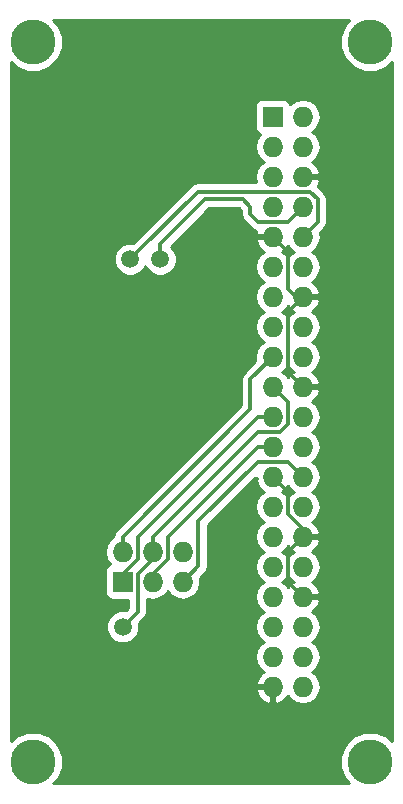
<source format=gbr>
G04 #@! TF.FileFunction,Copper,L2,Bot,Signal*
%FSLAX46Y46*%
G04 Gerber Fmt 4.6, Leading zero omitted, Abs format (unit mm)*
G04 Created by KiCad (PCBNEW 4.0.7) date 04/13/18 12:15:04*
%MOMM*%
%LPD*%
G01*
G04 APERTURE LIST*
%ADD10C,0.100000*%
%ADD11R,1.727200X1.727200*%
%ADD12O,1.727200X1.727200*%
%ADD13C,3.800000*%
%ADD14C,1.500000*%
%ADD15C,0.300000*%
%ADD16C,0.254000*%
G04 APERTURE END LIST*
D10*
D11*
X166370000Y-101600000D03*
D12*
X168910000Y-101600000D03*
X166370000Y-104140000D03*
X168910000Y-104140000D03*
X166370000Y-106680000D03*
X168910000Y-106680000D03*
X166370000Y-109220000D03*
X168910000Y-109220000D03*
X166370000Y-111760000D03*
X168910000Y-111760000D03*
X166370000Y-114300000D03*
X168910000Y-114300000D03*
X166370000Y-116840000D03*
X168910000Y-116840000D03*
X166370000Y-119380000D03*
X168910000Y-119380000D03*
X166370000Y-121920000D03*
X168910000Y-121920000D03*
X166370000Y-124460000D03*
X168910000Y-124460000D03*
X166370000Y-127000000D03*
X168910000Y-127000000D03*
X166370000Y-129540000D03*
X168910000Y-129540000D03*
X166370000Y-132080000D03*
X168910000Y-132080000D03*
X166370000Y-134620000D03*
X168910000Y-134620000D03*
X166370000Y-137160000D03*
X168910000Y-137160000D03*
X166370000Y-139700000D03*
X168910000Y-139700000D03*
X166370000Y-142240000D03*
X168910000Y-142240000D03*
X166370000Y-144780000D03*
X168910000Y-144780000D03*
X166370000Y-147320000D03*
X168910000Y-147320000D03*
X166370000Y-149860000D03*
X168910000Y-149860000D03*
D11*
X153670000Y-140970000D03*
D12*
X153670000Y-138430000D03*
X156210000Y-140970000D03*
X156210000Y-138430000D03*
X158750000Y-140970000D03*
X158750000Y-138430000D03*
D13*
X174625000Y-95250000D03*
X146050000Y-95250000D03*
X174625000Y-156210000D03*
X146050000Y-156210000D03*
D14*
X153670000Y-144780000D03*
X156845000Y-113665000D03*
X154305008Y-113665000D03*
D15*
X153670000Y-138430000D02*
X153670000Y-137160000D01*
X153670000Y-137160000D02*
X164465000Y-126365000D01*
X164465000Y-126365000D02*
X164465000Y-123825000D01*
X164465000Y-123825000D02*
X166370000Y-121920000D01*
X166370000Y-111760000D02*
X167640000Y-113030000D01*
X167640000Y-113030000D02*
X167640000Y-116158500D01*
X167640000Y-116158500D02*
X168910000Y-117428500D01*
X168910000Y-117428500D02*
X168910000Y-116840000D01*
X168910000Y-124460000D02*
X167640000Y-123190000D01*
X167640000Y-123190000D02*
X167640000Y-118110000D01*
X167640000Y-118110000D02*
X168910000Y-116840000D01*
X166370000Y-132080000D02*
X167640000Y-133350000D01*
X167640000Y-133350000D02*
X167640000Y-135255000D01*
X167640000Y-135255000D02*
X168910000Y-136525000D01*
X168910000Y-136525000D02*
X168910000Y-137160000D01*
X168910000Y-142240000D02*
X167640000Y-140970000D01*
X167640000Y-140970000D02*
X167640000Y-138430000D01*
X167640000Y-138430000D02*
X168910000Y-137160000D01*
X153670000Y-140970000D02*
X153670000Y-140335000D01*
X153670000Y-140335000D02*
X154940000Y-139065000D01*
X154940000Y-139065000D02*
X154940000Y-137216100D01*
X154940000Y-137216100D02*
X165156100Y-127000000D01*
X165156100Y-127000000D02*
X166370000Y-127000000D01*
X156210000Y-140970000D02*
X156210000Y-140335000D01*
X156210000Y-140335000D02*
X157480000Y-139065000D01*
X165156100Y-129540000D02*
X166370000Y-129540000D01*
X157480000Y-139065000D02*
X157480000Y-137216100D01*
X157480000Y-137216100D02*
X165156100Y-129540000D01*
X153670000Y-144780000D02*
X154940000Y-143510000D01*
X156210000Y-139065000D02*
X156210000Y-138430000D01*
X154940000Y-143510000D02*
X154940000Y-140335000D01*
X154940000Y-140335000D02*
X156210000Y-139065000D01*
X156210000Y-138430000D02*
X156210000Y-137216100D01*
X156210000Y-137216100D02*
X165156100Y-128270000D01*
X165156100Y-128270000D02*
X167005000Y-128270000D01*
X167005000Y-128270000D02*
X167640000Y-127635000D01*
X167640000Y-127635000D02*
X167640000Y-125730000D01*
X167640000Y-125730000D02*
X166370000Y-124460000D01*
X168910000Y-132080000D02*
X167640000Y-130810000D01*
X167640000Y-130810000D02*
X165100000Y-130810000D01*
X165100000Y-130810000D02*
X160076000Y-135834000D01*
X160076000Y-135834000D02*
X160076000Y-139644000D01*
X160076000Y-139644000D02*
X158750000Y-140970000D01*
X168910000Y-109220000D02*
X167640000Y-110490000D01*
X167640000Y-110490000D02*
X165100000Y-110490000D01*
X164465000Y-109855000D02*
X164465000Y-109220000D01*
X165100000Y-110490000D02*
X164465000Y-109855000D01*
X164465000Y-109220000D02*
X163830000Y-108585000D01*
X163830000Y-108585000D02*
X160655000Y-108585000D01*
X160655000Y-108585000D02*
X156845000Y-112395000D01*
X156845000Y-112395000D02*
X156845000Y-113665000D01*
X160020008Y-107950000D02*
X155055007Y-112915001D01*
X169545000Y-107950000D02*
X160020008Y-107950000D01*
X170180000Y-108585000D02*
X169545000Y-107950000D01*
X170180000Y-110490000D02*
X170180000Y-108585000D01*
X168910000Y-111760000D02*
X170180000Y-110490000D01*
X155055007Y-112915001D02*
X154305008Y-113665000D01*
D16*
G36*
X172477184Y-93812163D02*
X172090441Y-94743545D01*
X172089561Y-95752031D01*
X172474678Y-96684086D01*
X173187163Y-97397816D01*
X174118545Y-97784559D01*
X175127031Y-97785439D01*
X176059086Y-97400322D01*
X176455000Y-97005099D01*
X176455000Y-154455032D01*
X176062837Y-154062184D01*
X175131455Y-153675441D01*
X174122969Y-153674561D01*
X173190914Y-154059678D01*
X172477184Y-154772163D01*
X172090441Y-155703545D01*
X172089561Y-156712031D01*
X172474678Y-157644086D01*
X172869901Y-158040000D01*
X147804968Y-158040000D01*
X148197816Y-157647837D01*
X148584559Y-156716455D01*
X148585439Y-155707969D01*
X148200322Y-154775914D01*
X147487837Y-154062184D01*
X146556455Y-153675441D01*
X145547969Y-153674561D01*
X144615914Y-154059678D01*
X144220000Y-154454901D01*
X144220000Y-150219026D01*
X164915042Y-150219026D01*
X165087312Y-150634947D01*
X165481510Y-151066821D01*
X166010973Y-151314968D01*
X166243000Y-151194469D01*
X166243000Y-149987000D01*
X165036183Y-149987000D01*
X164915042Y-150219026D01*
X144220000Y-150219026D01*
X144220000Y-140106400D01*
X152158960Y-140106400D01*
X152158960Y-141833600D01*
X152203238Y-142068917D01*
X152342310Y-142285041D01*
X152554510Y-142430031D01*
X152806400Y-142481040D01*
X154155000Y-142481040D01*
X154155000Y-143184842D01*
X153944603Y-143395239D01*
X153395715Y-143394760D01*
X152886485Y-143605169D01*
X152496539Y-143994436D01*
X152285241Y-144503298D01*
X152284760Y-145054285D01*
X152495169Y-145563515D01*
X152884436Y-145953461D01*
X153393298Y-146164759D01*
X153944285Y-146165240D01*
X154453515Y-145954831D01*
X154843461Y-145565564D01*
X155054759Y-145056702D01*
X155055240Y-144505715D01*
X155055007Y-144505151D01*
X155495079Y-144065079D01*
X155665245Y-143810407D01*
X155725000Y-143510000D01*
X155725000Y-142401487D01*
X156210000Y-142497959D01*
X156783489Y-142383885D01*
X157269670Y-142059029D01*
X157480000Y-141744248D01*
X157690330Y-142059029D01*
X158176511Y-142383885D01*
X158750000Y-142497959D01*
X159323489Y-142383885D01*
X159809670Y-142059029D01*
X160134526Y-141572848D01*
X160248600Y-140999359D01*
X160248600Y-140940641D01*
X160189024Y-140641134D01*
X160631079Y-140199079D01*
X160801245Y-139944407D01*
X160861000Y-139644000D01*
X160861000Y-136159158D01*
X164871400Y-132148758D01*
X164871400Y-132207002D01*
X165036182Y-132207002D01*
X164915042Y-132439026D01*
X165087312Y-132854947D01*
X165481510Y-133286821D01*
X165604228Y-133344336D01*
X165280971Y-133560330D01*
X164956115Y-134046511D01*
X164842041Y-134620000D01*
X164956115Y-135193489D01*
X165280971Y-135679670D01*
X165595752Y-135890000D01*
X165280971Y-136100330D01*
X164956115Y-136586511D01*
X164842041Y-137160000D01*
X164956115Y-137733489D01*
X165280971Y-138219670D01*
X165595752Y-138430000D01*
X165280971Y-138640330D01*
X164956115Y-139126511D01*
X164842041Y-139700000D01*
X164956115Y-140273489D01*
X165280971Y-140759670D01*
X165595752Y-140970000D01*
X165280971Y-141180330D01*
X164956115Y-141666511D01*
X164842041Y-142240000D01*
X164956115Y-142813489D01*
X165280971Y-143299670D01*
X165595752Y-143510000D01*
X165280971Y-143720330D01*
X164956115Y-144206511D01*
X164842041Y-144780000D01*
X164956115Y-145353489D01*
X165280971Y-145839670D01*
X165595752Y-146050000D01*
X165280971Y-146260330D01*
X164956115Y-146746511D01*
X164842041Y-147320000D01*
X164956115Y-147893489D01*
X165280971Y-148379670D01*
X165604228Y-148595664D01*
X165481510Y-148653179D01*
X165087312Y-149085053D01*
X164915042Y-149500974D01*
X165036183Y-149733000D01*
X166243000Y-149733000D01*
X166243000Y-149713000D01*
X166497000Y-149713000D01*
X166497000Y-149733000D01*
X166517000Y-149733000D01*
X166517000Y-149987000D01*
X166497000Y-149987000D01*
X166497000Y-151194469D01*
X166729027Y-151314968D01*
X167258490Y-151066821D01*
X167640008Y-150648839D01*
X167820971Y-150919670D01*
X168307152Y-151244526D01*
X168880641Y-151358600D01*
X168939359Y-151358600D01*
X169512848Y-151244526D01*
X169999029Y-150919670D01*
X170323885Y-150433489D01*
X170437959Y-149860000D01*
X170323885Y-149286511D01*
X169999029Y-148800330D01*
X169684248Y-148590000D01*
X169999029Y-148379670D01*
X170323885Y-147893489D01*
X170437959Y-147320000D01*
X170323885Y-146746511D01*
X169999029Y-146260330D01*
X169684248Y-146050000D01*
X169999029Y-145839670D01*
X170323885Y-145353489D01*
X170437959Y-144780000D01*
X170323885Y-144206511D01*
X169999029Y-143720330D01*
X169675772Y-143504336D01*
X169798490Y-143446821D01*
X170192688Y-143014947D01*
X170364958Y-142599026D01*
X170243817Y-142367000D01*
X169037000Y-142367000D01*
X169037000Y-142387000D01*
X168783000Y-142387000D01*
X168783000Y-142367000D01*
X168763000Y-142367000D01*
X168763000Y-142113000D01*
X168783000Y-142113000D01*
X168783000Y-142093000D01*
X169037000Y-142093000D01*
X169037000Y-142113000D01*
X170243817Y-142113000D01*
X170364958Y-141880974D01*
X170192688Y-141465053D01*
X169798490Y-141033179D01*
X169675772Y-140975664D01*
X169999029Y-140759670D01*
X170323885Y-140273489D01*
X170437959Y-139700000D01*
X170323885Y-139126511D01*
X169999029Y-138640330D01*
X169675772Y-138424336D01*
X169798490Y-138366821D01*
X170192688Y-137934947D01*
X170364958Y-137519026D01*
X170243817Y-137287000D01*
X169037000Y-137287000D01*
X169037000Y-137307000D01*
X168783000Y-137307000D01*
X168783000Y-137287000D01*
X168763000Y-137287000D01*
X168763000Y-137033000D01*
X168783000Y-137033000D01*
X168783000Y-137013000D01*
X169037000Y-137013000D01*
X169037000Y-137033000D01*
X170243817Y-137033000D01*
X170364958Y-136800974D01*
X170192688Y-136385053D01*
X169798490Y-135953179D01*
X169675772Y-135895664D01*
X169999029Y-135679670D01*
X170323885Y-135193489D01*
X170437959Y-134620000D01*
X170323885Y-134046511D01*
X169999029Y-133560330D01*
X169684248Y-133350000D01*
X169999029Y-133139670D01*
X170323885Y-132653489D01*
X170437959Y-132080000D01*
X170323885Y-131506511D01*
X169999029Y-131020330D01*
X169684248Y-130810000D01*
X169999029Y-130599670D01*
X170323885Y-130113489D01*
X170437959Y-129540000D01*
X170323885Y-128966511D01*
X169999029Y-128480330D01*
X169684248Y-128270000D01*
X169999029Y-128059670D01*
X170323885Y-127573489D01*
X170437959Y-127000000D01*
X170323885Y-126426511D01*
X169999029Y-125940330D01*
X169675772Y-125724336D01*
X169798490Y-125666821D01*
X170192688Y-125234947D01*
X170364958Y-124819026D01*
X170243817Y-124587000D01*
X169037000Y-124587000D01*
X169037000Y-124607000D01*
X168783000Y-124607000D01*
X168783000Y-124587000D01*
X168763000Y-124587000D01*
X168763000Y-124333000D01*
X168783000Y-124333000D01*
X168783000Y-124313000D01*
X169037000Y-124313000D01*
X169037000Y-124333000D01*
X170243817Y-124333000D01*
X170364958Y-124100974D01*
X170192688Y-123685053D01*
X169798490Y-123253179D01*
X169675772Y-123195664D01*
X169999029Y-122979670D01*
X170323885Y-122493489D01*
X170437959Y-121920000D01*
X170323885Y-121346511D01*
X169999029Y-120860330D01*
X169684248Y-120650000D01*
X169999029Y-120439670D01*
X170323885Y-119953489D01*
X170437959Y-119380000D01*
X170323885Y-118806511D01*
X169999029Y-118320330D01*
X169675772Y-118104336D01*
X169798490Y-118046821D01*
X170192688Y-117614947D01*
X170364958Y-117199026D01*
X170243817Y-116967000D01*
X169037000Y-116967000D01*
X169037000Y-116987000D01*
X168783000Y-116987000D01*
X168783000Y-116967000D01*
X168763000Y-116967000D01*
X168763000Y-116713000D01*
X168783000Y-116713000D01*
X168783000Y-116693000D01*
X169037000Y-116693000D01*
X169037000Y-116713000D01*
X170243817Y-116713000D01*
X170364958Y-116480974D01*
X170192688Y-116065053D01*
X169798490Y-115633179D01*
X169675772Y-115575664D01*
X169999029Y-115359670D01*
X170323885Y-114873489D01*
X170437959Y-114300000D01*
X170323885Y-113726511D01*
X169999029Y-113240330D01*
X169684248Y-113030000D01*
X169999029Y-112819670D01*
X170323885Y-112333489D01*
X170437959Y-111760000D01*
X170368641Y-111411517D01*
X170735079Y-111045079D01*
X170905245Y-110790407D01*
X170965000Y-110490000D01*
X170965000Y-108585005D01*
X170965001Y-108585000D01*
X170905245Y-108284594D01*
X170735079Y-108029921D01*
X170177140Y-107471982D01*
X170192688Y-107454947D01*
X170364958Y-107039026D01*
X170243817Y-106807000D01*
X169037000Y-106807000D01*
X169037000Y-106827000D01*
X168783000Y-106827000D01*
X168783000Y-106807000D01*
X168763000Y-106807000D01*
X168763000Y-106553000D01*
X168783000Y-106553000D01*
X168783000Y-106533000D01*
X169037000Y-106533000D01*
X169037000Y-106553000D01*
X170243817Y-106553000D01*
X170364958Y-106320974D01*
X170192688Y-105905053D01*
X169798490Y-105473179D01*
X169675772Y-105415664D01*
X169999029Y-105199670D01*
X170323885Y-104713489D01*
X170437959Y-104140000D01*
X170323885Y-103566511D01*
X169999029Y-103080330D01*
X169684248Y-102870000D01*
X169999029Y-102659670D01*
X170323885Y-102173489D01*
X170437959Y-101600000D01*
X170323885Y-101026511D01*
X169999029Y-100540330D01*
X169512848Y-100215474D01*
X168939359Y-100101400D01*
X168880641Y-100101400D01*
X168307152Y-100215474D01*
X167841558Y-100526574D01*
X167836762Y-100501083D01*
X167697690Y-100284959D01*
X167485490Y-100139969D01*
X167233600Y-100088960D01*
X165506400Y-100088960D01*
X165271083Y-100133238D01*
X165054959Y-100272310D01*
X164909969Y-100484510D01*
X164858960Y-100736400D01*
X164858960Y-102463600D01*
X164903238Y-102698917D01*
X165042310Y-102915041D01*
X165254510Y-103060031D01*
X165298131Y-103068864D01*
X165280971Y-103080330D01*
X164956115Y-103566511D01*
X164842041Y-104140000D01*
X164956115Y-104713489D01*
X165280971Y-105199670D01*
X165595752Y-105410000D01*
X165280971Y-105620330D01*
X164956115Y-106106511D01*
X164842041Y-106680000D01*
X164938513Y-107165000D01*
X160020008Y-107165000D01*
X159719602Y-107224755D01*
X159464929Y-107394921D01*
X154579611Y-112280239D01*
X154030723Y-112279760D01*
X153521493Y-112490169D01*
X153131547Y-112879436D01*
X152920249Y-113388298D01*
X152919768Y-113939285D01*
X153130177Y-114448515D01*
X153519444Y-114838461D01*
X154028306Y-115049759D01*
X154579293Y-115050240D01*
X155088523Y-114839831D01*
X155478469Y-114450564D01*
X155574980Y-114218140D01*
X155670169Y-114448515D01*
X156059436Y-114838461D01*
X156568298Y-115049759D01*
X157119285Y-115050240D01*
X157628515Y-114839831D01*
X158018461Y-114450564D01*
X158229759Y-113941702D01*
X158230240Y-113390715D01*
X158019831Y-112881485D01*
X157744492Y-112605666D01*
X160980158Y-109370000D01*
X163504842Y-109370000D01*
X163680000Y-109545158D01*
X163680000Y-109855000D01*
X163739755Y-110155407D01*
X163909921Y-110410079D01*
X164544921Y-111045079D01*
X164799594Y-111215245D01*
X164977326Y-111250599D01*
X164915042Y-111400974D01*
X165036183Y-111633000D01*
X166243000Y-111633000D01*
X166243000Y-111613000D01*
X166497000Y-111613000D01*
X166497000Y-111633000D01*
X166517000Y-111633000D01*
X166517000Y-111887000D01*
X166497000Y-111887000D01*
X166497000Y-111907000D01*
X166243000Y-111907000D01*
X166243000Y-111887000D01*
X165036183Y-111887000D01*
X164915042Y-112119026D01*
X165087312Y-112534947D01*
X165481510Y-112966821D01*
X165604228Y-113024336D01*
X165280971Y-113240330D01*
X164956115Y-113726511D01*
X164842041Y-114300000D01*
X164956115Y-114873489D01*
X165280971Y-115359670D01*
X165595752Y-115570000D01*
X165280971Y-115780330D01*
X164956115Y-116266511D01*
X164842041Y-116840000D01*
X164956115Y-117413489D01*
X165280971Y-117899670D01*
X165595752Y-118110000D01*
X165280971Y-118320330D01*
X164956115Y-118806511D01*
X164842041Y-119380000D01*
X164956115Y-119953489D01*
X165280971Y-120439670D01*
X165595752Y-120650000D01*
X165280971Y-120860330D01*
X164956115Y-121346511D01*
X164842041Y-121920000D01*
X164911359Y-122268483D01*
X163909921Y-123269921D01*
X163739755Y-123524593D01*
X163739755Y-123524594D01*
X163680000Y-123825000D01*
X163680000Y-126039842D01*
X153114921Y-136604921D01*
X152944755Y-136859593D01*
X152944755Y-136859594D01*
X152885587Y-137157050D01*
X152610330Y-137340971D01*
X152285474Y-137827152D01*
X152171400Y-138400641D01*
X152171400Y-138459359D01*
X152285474Y-139032848D01*
X152596574Y-139498442D01*
X152571083Y-139503238D01*
X152354959Y-139642310D01*
X152209969Y-139854510D01*
X152158960Y-140106400D01*
X144220000Y-140106400D01*
X144220000Y-97004968D01*
X144612163Y-97397816D01*
X145543545Y-97784559D01*
X146552031Y-97785439D01*
X147484086Y-97400322D01*
X148197816Y-96687837D01*
X148584559Y-95756455D01*
X148585439Y-94747969D01*
X148200322Y-93815914D01*
X147805099Y-93420000D01*
X172870032Y-93420000D01*
X172477184Y-93812163D01*
X172477184Y-93812163D01*
G37*
X172477184Y-93812163D02*
X172090441Y-94743545D01*
X172089561Y-95752031D01*
X172474678Y-96684086D01*
X173187163Y-97397816D01*
X174118545Y-97784559D01*
X175127031Y-97785439D01*
X176059086Y-97400322D01*
X176455000Y-97005099D01*
X176455000Y-154455032D01*
X176062837Y-154062184D01*
X175131455Y-153675441D01*
X174122969Y-153674561D01*
X173190914Y-154059678D01*
X172477184Y-154772163D01*
X172090441Y-155703545D01*
X172089561Y-156712031D01*
X172474678Y-157644086D01*
X172869901Y-158040000D01*
X147804968Y-158040000D01*
X148197816Y-157647837D01*
X148584559Y-156716455D01*
X148585439Y-155707969D01*
X148200322Y-154775914D01*
X147487837Y-154062184D01*
X146556455Y-153675441D01*
X145547969Y-153674561D01*
X144615914Y-154059678D01*
X144220000Y-154454901D01*
X144220000Y-150219026D01*
X164915042Y-150219026D01*
X165087312Y-150634947D01*
X165481510Y-151066821D01*
X166010973Y-151314968D01*
X166243000Y-151194469D01*
X166243000Y-149987000D01*
X165036183Y-149987000D01*
X164915042Y-150219026D01*
X144220000Y-150219026D01*
X144220000Y-140106400D01*
X152158960Y-140106400D01*
X152158960Y-141833600D01*
X152203238Y-142068917D01*
X152342310Y-142285041D01*
X152554510Y-142430031D01*
X152806400Y-142481040D01*
X154155000Y-142481040D01*
X154155000Y-143184842D01*
X153944603Y-143395239D01*
X153395715Y-143394760D01*
X152886485Y-143605169D01*
X152496539Y-143994436D01*
X152285241Y-144503298D01*
X152284760Y-145054285D01*
X152495169Y-145563515D01*
X152884436Y-145953461D01*
X153393298Y-146164759D01*
X153944285Y-146165240D01*
X154453515Y-145954831D01*
X154843461Y-145565564D01*
X155054759Y-145056702D01*
X155055240Y-144505715D01*
X155055007Y-144505151D01*
X155495079Y-144065079D01*
X155665245Y-143810407D01*
X155725000Y-143510000D01*
X155725000Y-142401487D01*
X156210000Y-142497959D01*
X156783489Y-142383885D01*
X157269670Y-142059029D01*
X157480000Y-141744248D01*
X157690330Y-142059029D01*
X158176511Y-142383885D01*
X158750000Y-142497959D01*
X159323489Y-142383885D01*
X159809670Y-142059029D01*
X160134526Y-141572848D01*
X160248600Y-140999359D01*
X160248600Y-140940641D01*
X160189024Y-140641134D01*
X160631079Y-140199079D01*
X160801245Y-139944407D01*
X160861000Y-139644000D01*
X160861000Y-136159158D01*
X164871400Y-132148758D01*
X164871400Y-132207002D01*
X165036182Y-132207002D01*
X164915042Y-132439026D01*
X165087312Y-132854947D01*
X165481510Y-133286821D01*
X165604228Y-133344336D01*
X165280971Y-133560330D01*
X164956115Y-134046511D01*
X164842041Y-134620000D01*
X164956115Y-135193489D01*
X165280971Y-135679670D01*
X165595752Y-135890000D01*
X165280971Y-136100330D01*
X164956115Y-136586511D01*
X164842041Y-137160000D01*
X164956115Y-137733489D01*
X165280971Y-138219670D01*
X165595752Y-138430000D01*
X165280971Y-138640330D01*
X164956115Y-139126511D01*
X164842041Y-139700000D01*
X164956115Y-140273489D01*
X165280971Y-140759670D01*
X165595752Y-140970000D01*
X165280971Y-141180330D01*
X164956115Y-141666511D01*
X164842041Y-142240000D01*
X164956115Y-142813489D01*
X165280971Y-143299670D01*
X165595752Y-143510000D01*
X165280971Y-143720330D01*
X164956115Y-144206511D01*
X164842041Y-144780000D01*
X164956115Y-145353489D01*
X165280971Y-145839670D01*
X165595752Y-146050000D01*
X165280971Y-146260330D01*
X164956115Y-146746511D01*
X164842041Y-147320000D01*
X164956115Y-147893489D01*
X165280971Y-148379670D01*
X165604228Y-148595664D01*
X165481510Y-148653179D01*
X165087312Y-149085053D01*
X164915042Y-149500974D01*
X165036183Y-149733000D01*
X166243000Y-149733000D01*
X166243000Y-149713000D01*
X166497000Y-149713000D01*
X166497000Y-149733000D01*
X166517000Y-149733000D01*
X166517000Y-149987000D01*
X166497000Y-149987000D01*
X166497000Y-151194469D01*
X166729027Y-151314968D01*
X167258490Y-151066821D01*
X167640008Y-150648839D01*
X167820971Y-150919670D01*
X168307152Y-151244526D01*
X168880641Y-151358600D01*
X168939359Y-151358600D01*
X169512848Y-151244526D01*
X169999029Y-150919670D01*
X170323885Y-150433489D01*
X170437959Y-149860000D01*
X170323885Y-149286511D01*
X169999029Y-148800330D01*
X169684248Y-148590000D01*
X169999029Y-148379670D01*
X170323885Y-147893489D01*
X170437959Y-147320000D01*
X170323885Y-146746511D01*
X169999029Y-146260330D01*
X169684248Y-146050000D01*
X169999029Y-145839670D01*
X170323885Y-145353489D01*
X170437959Y-144780000D01*
X170323885Y-144206511D01*
X169999029Y-143720330D01*
X169675772Y-143504336D01*
X169798490Y-143446821D01*
X170192688Y-143014947D01*
X170364958Y-142599026D01*
X170243817Y-142367000D01*
X169037000Y-142367000D01*
X169037000Y-142387000D01*
X168783000Y-142387000D01*
X168783000Y-142367000D01*
X168763000Y-142367000D01*
X168763000Y-142113000D01*
X168783000Y-142113000D01*
X168783000Y-142093000D01*
X169037000Y-142093000D01*
X169037000Y-142113000D01*
X170243817Y-142113000D01*
X170364958Y-141880974D01*
X170192688Y-141465053D01*
X169798490Y-141033179D01*
X169675772Y-140975664D01*
X169999029Y-140759670D01*
X170323885Y-140273489D01*
X170437959Y-139700000D01*
X170323885Y-139126511D01*
X169999029Y-138640330D01*
X169675772Y-138424336D01*
X169798490Y-138366821D01*
X170192688Y-137934947D01*
X170364958Y-137519026D01*
X170243817Y-137287000D01*
X169037000Y-137287000D01*
X169037000Y-137307000D01*
X168783000Y-137307000D01*
X168783000Y-137287000D01*
X168763000Y-137287000D01*
X168763000Y-137033000D01*
X168783000Y-137033000D01*
X168783000Y-137013000D01*
X169037000Y-137013000D01*
X169037000Y-137033000D01*
X170243817Y-137033000D01*
X170364958Y-136800974D01*
X170192688Y-136385053D01*
X169798490Y-135953179D01*
X169675772Y-135895664D01*
X169999029Y-135679670D01*
X170323885Y-135193489D01*
X170437959Y-134620000D01*
X170323885Y-134046511D01*
X169999029Y-133560330D01*
X169684248Y-133350000D01*
X169999029Y-133139670D01*
X170323885Y-132653489D01*
X170437959Y-132080000D01*
X170323885Y-131506511D01*
X169999029Y-131020330D01*
X169684248Y-130810000D01*
X169999029Y-130599670D01*
X170323885Y-130113489D01*
X170437959Y-129540000D01*
X170323885Y-128966511D01*
X169999029Y-128480330D01*
X169684248Y-128270000D01*
X169999029Y-128059670D01*
X170323885Y-127573489D01*
X170437959Y-127000000D01*
X170323885Y-126426511D01*
X169999029Y-125940330D01*
X169675772Y-125724336D01*
X169798490Y-125666821D01*
X170192688Y-125234947D01*
X170364958Y-124819026D01*
X170243817Y-124587000D01*
X169037000Y-124587000D01*
X169037000Y-124607000D01*
X168783000Y-124607000D01*
X168783000Y-124587000D01*
X168763000Y-124587000D01*
X168763000Y-124333000D01*
X168783000Y-124333000D01*
X168783000Y-124313000D01*
X169037000Y-124313000D01*
X169037000Y-124333000D01*
X170243817Y-124333000D01*
X170364958Y-124100974D01*
X170192688Y-123685053D01*
X169798490Y-123253179D01*
X169675772Y-123195664D01*
X169999029Y-122979670D01*
X170323885Y-122493489D01*
X170437959Y-121920000D01*
X170323885Y-121346511D01*
X169999029Y-120860330D01*
X169684248Y-120650000D01*
X169999029Y-120439670D01*
X170323885Y-119953489D01*
X170437959Y-119380000D01*
X170323885Y-118806511D01*
X169999029Y-118320330D01*
X169675772Y-118104336D01*
X169798490Y-118046821D01*
X170192688Y-117614947D01*
X170364958Y-117199026D01*
X170243817Y-116967000D01*
X169037000Y-116967000D01*
X169037000Y-116987000D01*
X168783000Y-116987000D01*
X168783000Y-116967000D01*
X168763000Y-116967000D01*
X168763000Y-116713000D01*
X168783000Y-116713000D01*
X168783000Y-116693000D01*
X169037000Y-116693000D01*
X169037000Y-116713000D01*
X170243817Y-116713000D01*
X170364958Y-116480974D01*
X170192688Y-116065053D01*
X169798490Y-115633179D01*
X169675772Y-115575664D01*
X169999029Y-115359670D01*
X170323885Y-114873489D01*
X170437959Y-114300000D01*
X170323885Y-113726511D01*
X169999029Y-113240330D01*
X169684248Y-113030000D01*
X169999029Y-112819670D01*
X170323885Y-112333489D01*
X170437959Y-111760000D01*
X170368641Y-111411517D01*
X170735079Y-111045079D01*
X170905245Y-110790407D01*
X170965000Y-110490000D01*
X170965000Y-108585005D01*
X170965001Y-108585000D01*
X170905245Y-108284594D01*
X170735079Y-108029921D01*
X170177140Y-107471982D01*
X170192688Y-107454947D01*
X170364958Y-107039026D01*
X170243817Y-106807000D01*
X169037000Y-106807000D01*
X169037000Y-106827000D01*
X168783000Y-106827000D01*
X168783000Y-106807000D01*
X168763000Y-106807000D01*
X168763000Y-106553000D01*
X168783000Y-106553000D01*
X168783000Y-106533000D01*
X169037000Y-106533000D01*
X169037000Y-106553000D01*
X170243817Y-106553000D01*
X170364958Y-106320974D01*
X170192688Y-105905053D01*
X169798490Y-105473179D01*
X169675772Y-105415664D01*
X169999029Y-105199670D01*
X170323885Y-104713489D01*
X170437959Y-104140000D01*
X170323885Y-103566511D01*
X169999029Y-103080330D01*
X169684248Y-102870000D01*
X169999029Y-102659670D01*
X170323885Y-102173489D01*
X170437959Y-101600000D01*
X170323885Y-101026511D01*
X169999029Y-100540330D01*
X169512848Y-100215474D01*
X168939359Y-100101400D01*
X168880641Y-100101400D01*
X168307152Y-100215474D01*
X167841558Y-100526574D01*
X167836762Y-100501083D01*
X167697690Y-100284959D01*
X167485490Y-100139969D01*
X167233600Y-100088960D01*
X165506400Y-100088960D01*
X165271083Y-100133238D01*
X165054959Y-100272310D01*
X164909969Y-100484510D01*
X164858960Y-100736400D01*
X164858960Y-102463600D01*
X164903238Y-102698917D01*
X165042310Y-102915041D01*
X165254510Y-103060031D01*
X165298131Y-103068864D01*
X165280971Y-103080330D01*
X164956115Y-103566511D01*
X164842041Y-104140000D01*
X164956115Y-104713489D01*
X165280971Y-105199670D01*
X165595752Y-105410000D01*
X165280971Y-105620330D01*
X164956115Y-106106511D01*
X164842041Y-106680000D01*
X164938513Y-107165000D01*
X160020008Y-107165000D01*
X159719602Y-107224755D01*
X159464929Y-107394921D01*
X154579611Y-112280239D01*
X154030723Y-112279760D01*
X153521493Y-112490169D01*
X153131547Y-112879436D01*
X152920249Y-113388298D01*
X152919768Y-113939285D01*
X153130177Y-114448515D01*
X153519444Y-114838461D01*
X154028306Y-115049759D01*
X154579293Y-115050240D01*
X155088523Y-114839831D01*
X155478469Y-114450564D01*
X155574980Y-114218140D01*
X155670169Y-114448515D01*
X156059436Y-114838461D01*
X156568298Y-115049759D01*
X157119285Y-115050240D01*
X157628515Y-114839831D01*
X158018461Y-114450564D01*
X158229759Y-113941702D01*
X158230240Y-113390715D01*
X158019831Y-112881485D01*
X157744492Y-112605666D01*
X160980158Y-109370000D01*
X163504842Y-109370000D01*
X163680000Y-109545158D01*
X163680000Y-109855000D01*
X163739755Y-110155407D01*
X163909921Y-110410079D01*
X164544921Y-111045079D01*
X164799594Y-111215245D01*
X164977326Y-111250599D01*
X164915042Y-111400974D01*
X165036183Y-111633000D01*
X166243000Y-111633000D01*
X166243000Y-111613000D01*
X166497000Y-111613000D01*
X166497000Y-111633000D01*
X166517000Y-111633000D01*
X166517000Y-111887000D01*
X166497000Y-111887000D01*
X166497000Y-111907000D01*
X166243000Y-111907000D01*
X166243000Y-111887000D01*
X165036183Y-111887000D01*
X164915042Y-112119026D01*
X165087312Y-112534947D01*
X165481510Y-112966821D01*
X165604228Y-113024336D01*
X165280971Y-113240330D01*
X164956115Y-113726511D01*
X164842041Y-114300000D01*
X164956115Y-114873489D01*
X165280971Y-115359670D01*
X165595752Y-115570000D01*
X165280971Y-115780330D01*
X164956115Y-116266511D01*
X164842041Y-116840000D01*
X164956115Y-117413489D01*
X165280971Y-117899670D01*
X165595752Y-118110000D01*
X165280971Y-118320330D01*
X164956115Y-118806511D01*
X164842041Y-119380000D01*
X164956115Y-119953489D01*
X165280971Y-120439670D01*
X165595752Y-120650000D01*
X165280971Y-120860330D01*
X164956115Y-121346511D01*
X164842041Y-121920000D01*
X164911359Y-122268483D01*
X163909921Y-123269921D01*
X163739755Y-123524593D01*
X163739755Y-123524594D01*
X163680000Y-123825000D01*
X163680000Y-126039842D01*
X153114921Y-136604921D01*
X152944755Y-136859593D01*
X152944755Y-136859594D01*
X152885587Y-137157050D01*
X152610330Y-137340971D01*
X152285474Y-137827152D01*
X152171400Y-138400641D01*
X152171400Y-138459359D01*
X152285474Y-139032848D01*
X152596574Y-139498442D01*
X152571083Y-139503238D01*
X152354959Y-139642310D01*
X152209969Y-139854510D01*
X152158960Y-140106400D01*
X144220000Y-140106400D01*
X144220000Y-97004968D01*
X144612163Y-97397816D01*
X145543545Y-97784559D01*
X146552031Y-97785439D01*
X147484086Y-97400322D01*
X148197816Y-96687837D01*
X148584559Y-95756455D01*
X148585439Y-94747969D01*
X148200322Y-93815914D01*
X147805099Y-93420000D01*
X172870032Y-93420000D01*
X172477184Y-93812163D01*
G36*
X167820971Y-140759670D02*
X168144228Y-140975664D01*
X168021510Y-141033179D01*
X167639992Y-141451161D01*
X167459029Y-141180330D01*
X167144248Y-140970000D01*
X167459029Y-140759670D01*
X167640000Y-140488828D01*
X167820971Y-140759670D01*
X167820971Y-140759670D01*
G37*
X167820971Y-140759670D02*
X168144228Y-140975664D01*
X168021510Y-141033179D01*
X167639992Y-141451161D01*
X167459029Y-141180330D01*
X167144248Y-140970000D01*
X167459029Y-140759670D01*
X167640000Y-140488828D01*
X167820971Y-140759670D01*
G36*
X168021510Y-138366821D02*
X168144228Y-138424336D01*
X167820971Y-138640330D01*
X167640000Y-138911172D01*
X167459029Y-138640330D01*
X167144248Y-138430000D01*
X167459029Y-138219670D01*
X167639992Y-137948839D01*
X168021510Y-138366821D01*
X168021510Y-138366821D01*
G37*
X168021510Y-138366821D02*
X168144228Y-138424336D01*
X167820971Y-138640330D01*
X167640000Y-138911172D01*
X167459029Y-138640330D01*
X167144248Y-138430000D01*
X167459029Y-138219670D01*
X167639992Y-137948839D01*
X168021510Y-138366821D01*
G36*
X158877000Y-138303000D02*
X158897000Y-138303000D01*
X158897000Y-138557000D01*
X158877000Y-138557000D01*
X158877000Y-138577000D01*
X158623000Y-138577000D01*
X158623000Y-138557000D01*
X158603000Y-138557000D01*
X158603000Y-138303000D01*
X158623000Y-138303000D01*
X158623000Y-138283000D01*
X158877000Y-138283000D01*
X158877000Y-138303000D01*
X158877000Y-138303000D01*
G37*
X158877000Y-138303000D02*
X158897000Y-138303000D01*
X158897000Y-138557000D01*
X158877000Y-138557000D01*
X158877000Y-138577000D01*
X158623000Y-138577000D01*
X158623000Y-138557000D01*
X158603000Y-138557000D01*
X158603000Y-138303000D01*
X158623000Y-138303000D01*
X158623000Y-138283000D01*
X158877000Y-138283000D01*
X158877000Y-138303000D01*
G36*
X167820971Y-133139670D02*
X168135752Y-133350000D01*
X167820971Y-133560330D01*
X167640000Y-133831172D01*
X167459029Y-133560330D01*
X167135772Y-133344336D01*
X167258490Y-133286821D01*
X167640008Y-132868839D01*
X167820971Y-133139670D01*
X167820971Y-133139670D01*
G37*
X167820971Y-133139670D02*
X168135752Y-133350000D01*
X167820971Y-133560330D01*
X167640000Y-133831172D01*
X167459029Y-133560330D01*
X167135772Y-133344336D01*
X167258490Y-133286821D01*
X167640008Y-132868839D01*
X167820971Y-133139670D01*
G36*
X166497000Y-131953000D02*
X166517000Y-131953000D01*
X166517000Y-132207000D01*
X166497000Y-132207000D01*
X166497000Y-132227000D01*
X166243000Y-132227000D01*
X166243000Y-132207000D01*
X166223000Y-132207000D01*
X166223000Y-131953000D01*
X166243000Y-131953000D01*
X166243000Y-131933000D01*
X166497000Y-131933000D01*
X166497000Y-131953000D01*
X166497000Y-131953000D01*
G37*
X166497000Y-131953000D02*
X166517000Y-131953000D01*
X166517000Y-132207000D01*
X166497000Y-132207000D01*
X166497000Y-132227000D01*
X166243000Y-132227000D01*
X166243000Y-132207000D01*
X166223000Y-132207000D01*
X166223000Y-131953000D01*
X166243000Y-131953000D01*
X166243000Y-131933000D01*
X166497000Y-131933000D01*
X166497000Y-131953000D01*
G36*
X167820971Y-122979670D02*
X168144228Y-123195664D01*
X168021510Y-123253179D01*
X167639992Y-123671161D01*
X167459029Y-123400330D01*
X167144248Y-123190000D01*
X167459029Y-122979670D01*
X167640000Y-122708828D01*
X167820971Y-122979670D01*
X167820971Y-122979670D01*
G37*
X167820971Y-122979670D02*
X168144228Y-123195664D01*
X168021510Y-123253179D01*
X167639992Y-123671161D01*
X167459029Y-123400330D01*
X167144248Y-123190000D01*
X167459029Y-122979670D01*
X167640000Y-122708828D01*
X167820971Y-122979670D01*
G36*
X168021510Y-118046821D02*
X168144228Y-118104336D01*
X167820971Y-118320330D01*
X167640000Y-118591172D01*
X167459029Y-118320330D01*
X167144248Y-118110000D01*
X167459029Y-117899670D01*
X167639992Y-117628839D01*
X168021510Y-118046821D01*
X168021510Y-118046821D01*
G37*
X168021510Y-118046821D02*
X168144228Y-118104336D01*
X167820971Y-118320330D01*
X167640000Y-118591172D01*
X167459029Y-118320330D01*
X167144248Y-118110000D01*
X167459029Y-117899670D01*
X167639992Y-117628839D01*
X168021510Y-118046821D01*
G36*
X167820971Y-112819670D02*
X168135752Y-113030000D01*
X167820971Y-113240330D01*
X167640000Y-113511172D01*
X167459029Y-113240330D01*
X167135772Y-113024336D01*
X167258490Y-112966821D01*
X167640008Y-112548839D01*
X167820971Y-112819670D01*
X167820971Y-112819670D01*
G37*
X167820971Y-112819670D02*
X168135752Y-113030000D01*
X167820971Y-113240330D01*
X167640000Y-113511172D01*
X167459029Y-113240330D01*
X167135772Y-113024336D01*
X167258490Y-112966821D01*
X167640008Y-112548839D01*
X167820971Y-112819670D01*
M02*

</source>
